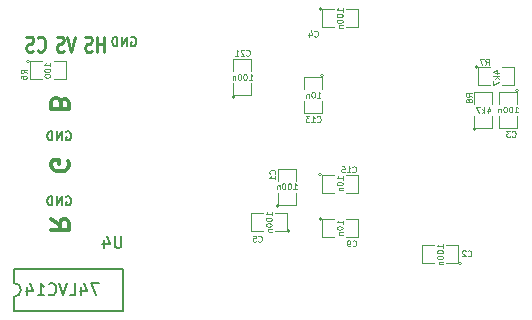
<source format=gbo>
%FSLAX34Y34*%
G04 Gerber Fmt 3.4, Leading zero omitted, Abs format*
G04 (created by PCBNEW (2014-06-26 BZR 4956)-product) date 03/07/2014 22:05:42*
%MOIN*%
G01*
G70*
G90*
G04 APERTURE LIST*
%ADD10C,0.003937*%
%ADD11C,0.005000*%
%ADD12C,0.010000*%
%ADD13C,0.011811*%
%ADD14C,0.003900*%
%ADD15C,0.007874*%
%ADD16C,0.004300*%
%ADD17C,0.005906*%
G04 APERTURE END LIST*
G54D10*
G54D11*
X64992Y-50243D02*
X65020Y-50229D01*
X65063Y-50229D01*
X65106Y-50243D01*
X65135Y-50272D01*
X65149Y-50300D01*
X65163Y-50357D01*
X65163Y-50400D01*
X65149Y-50457D01*
X65135Y-50486D01*
X65106Y-50515D01*
X65063Y-50529D01*
X65035Y-50529D01*
X64992Y-50515D01*
X64978Y-50500D01*
X64978Y-50400D01*
X65035Y-50400D01*
X64849Y-50529D02*
X64849Y-50229D01*
X64678Y-50529D01*
X64678Y-50229D01*
X64535Y-50529D02*
X64535Y-50229D01*
X64463Y-50229D01*
X64420Y-50243D01*
X64392Y-50272D01*
X64378Y-50300D01*
X64363Y-50357D01*
X64363Y-50400D01*
X64378Y-50457D01*
X64392Y-50486D01*
X64420Y-50515D01*
X64463Y-50529D01*
X64535Y-50529D01*
X67157Y-44928D02*
X67186Y-44914D01*
X67229Y-44914D01*
X67271Y-44928D01*
X67300Y-44957D01*
X67314Y-44985D01*
X67329Y-45043D01*
X67329Y-45085D01*
X67314Y-45143D01*
X67300Y-45171D01*
X67271Y-45200D01*
X67229Y-45214D01*
X67200Y-45214D01*
X67157Y-45200D01*
X67143Y-45185D01*
X67143Y-45085D01*
X67200Y-45085D01*
X67014Y-45214D02*
X67014Y-44914D01*
X66843Y-45214D01*
X66843Y-44914D01*
X66700Y-45214D02*
X66700Y-44914D01*
X66629Y-44914D01*
X66586Y-44928D01*
X66557Y-44957D01*
X66543Y-44985D01*
X66529Y-45043D01*
X66529Y-45085D01*
X66543Y-45143D01*
X66557Y-45171D01*
X66586Y-45200D01*
X66629Y-45214D01*
X66700Y-45214D01*
X64992Y-48078D02*
X65020Y-48064D01*
X65063Y-48064D01*
X65106Y-48078D01*
X65135Y-48106D01*
X65149Y-48135D01*
X65163Y-48192D01*
X65163Y-48235D01*
X65149Y-48292D01*
X65135Y-48321D01*
X65106Y-48349D01*
X65063Y-48364D01*
X65035Y-48364D01*
X64992Y-48349D01*
X64978Y-48335D01*
X64978Y-48235D01*
X65035Y-48235D01*
X64849Y-48364D02*
X64849Y-48064D01*
X64678Y-48364D01*
X64678Y-48064D01*
X64535Y-48364D02*
X64535Y-48064D01*
X64463Y-48064D01*
X64420Y-48078D01*
X64392Y-48106D01*
X64378Y-48135D01*
X64363Y-48192D01*
X64363Y-48235D01*
X64378Y-48292D01*
X64392Y-48321D01*
X64420Y-48349D01*
X64463Y-48364D01*
X64535Y-48364D01*
G54D12*
X65284Y-44903D02*
X65151Y-45403D01*
X65017Y-44903D01*
X64903Y-45379D02*
X64846Y-45403D01*
X64751Y-45403D01*
X64713Y-45379D01*
X64693Y-45355D01*
X64674Y-45308D01*
X64674Y-45260D01*
X64693Y-45212D01*
X64713Y-45189D01*
X64751Y-45165D01*
X64827Y-45141D01*
X64865Y-45117D01*
X64884Y-45093D01*
X64903Y-45046D01*
X64903Y-44998D01*
X64884Y-44950D01*
X64865Y-44927D01*
X64827Y-44903D01*
X64732Y-44903D01*
X64674Y-44927D01*
X66249Y-45403D02*
X66249Y-44903D01*
X66249Y-45141D02*
X66021Y-45141D01*
X66021Y-45403D02*
X66021Y-44903D01*
X65849Y-45379D02*
X65792Y-45403D01*
X65697Y-45403D01*
X65659Y-45379D01*
X65640Y-45355D01*
X65621Y-45308D01*
X65621Y-45260D01*
X65640Y-45212D01*
X65659Y-45189D01*
X65697Y-45165D01*
X65773Y-45141D01*
X65811Y-45117D01*
X65830Y-45093D01*
X65849Y-45046D01*
X65849Y-44998D01*
X65830Y-44950D01*
X65811Y-44927D01*
X65773Y-44903D01*
X65678Y-44903D01*
X65621Y-44927D01*
X64043Y-45355D02*
X64062Y-45379D01*
X64119Y-45403D01*
X64157Y-45403D01*
X64214Y-45379D01*
X64252Y-45331D01*
X64271Y-45284D01*
X64290Y-45189D01*
X64290Y-45117D01*
X64271Y-45022D01*
X64252Y-44974D01*
X64214Y-44927D01*
X64157Y-44903D01*
X64119Y-44903D01*
X64062Y-44927D01*
X64043Y-44950D01*
X63890Y-45379D02*
X63833Y-45403D01*
X63738Y-45403D01*
X63700Y-45379D01*
X63681Y-45355D01*
X63662Y-45308D01*
X63662Y-45260D01*
X63681Y-45212D01*
X63700Y-45189D01*
X63738Y-45165D01*
X63814Y-45141D01*
X63852Y-45117D01*
X63871Y-45093D01*
X63890Y-45046D01*
X63890Y-44998D01*
X63871Y-44950D01*
X63852Y-44927D01*
X63814Y-44903D01*
X63719Y-44903D01*
X63662Y-44927D01*
G54D13*
X64805Y-47103D02*
X64777Y-47019D01*
X64749Y-46991D01*
X64693Y-46962D01*
X64609Y-46962D01*
X64552Y-46991D01*
X64524Y-47019D01*
X64496Y-47075D01*
X64496Y-47300D01*
X65087Y-47300D01*
X65087Y-47103D01*
X65059Y-47047D01*
X65030Y-47019D01*
X64974Y-46991D01*
X64918Y-46991D01*
X64862Y-47019D01*
X64834Y-47047D01*
X64805Y-47103D01*
X64805Y-47300D01*
X65059Y-49057D02*
X65087Y-49114D01*
X65087Y-49198D01*
X65059Y-49282D01*
X65002Y-49339D01*
X64946Y-49367D01*
X64834Y-49395D01*
X64749Y-49395D01*
X64637Y-49367D01*
X64580Y-49339D01*
X64524Y-49282D01*
X64496Y-49198D01*
X64496Y-49142D01*
X64524Y-49057D01*
X64552Y-49029D01*
X64749Y-49029D01*
X64749Y-49142D01*
X64496Y-50998D02*
X64777Y-51195D01*
X64496Y-51335D02*
X65087Y-51335D01*
X65087Y-51110D01*
X65059Y-51054D01*
X65030Y-51026D01*
X64974Y-50998D01*
X64890Y-50998D01*
X64834Y-51026D01*
X64805Y-51054D01*
X64777Y-51110D01*
X64777Y-51335D01*
G54D14*
X73514Y-50979D02*
G75*
G03X73514Y-50979I-50J0D01*
G74*
G01*
X73914Y-50979D02*
X73514Y-50979D01*
X73514Y-50979D02*
X73514Y-51579D01*
X73514Y-51579D02*
X73914Y-51579D01*
X74314Y-51579D02*
X74714Y-51579D01*
X74714Y-51579D02*
X74714Y-50979D01*
X74714Y-50979D02*
X74314Y-50979D01*
X72092Y-50551D02*
G75*
G03X72092Y-50551I-50J0D01*
G74*
G01*
X72042Y-50101D02*
X72042Y-50501D01*
X72042Y-50501D02*
X72642Y-50501D01*
X72642Y-50501D02*
X72642Y-50101D01*
X72642Y-49701D02*
X72642Y-49301D01*
X72642Y-49301D02*
X72042Y-49301D01*
X72042Y-49301D02*
X72042Y-49701D01*
X78160Y-52465D02*
G75*
G03X78160Y-52465I-50J0D01*
G74*
G01*
X77660Y-52465D02*
X78060Y-52465D01*
X78060Y-52465D02*
X78060Y-51865D01*
X78060Y-51865D02*
X77660Y-51865D01*
X77260Y-51865D02*
X76860Y-51865D01*
X76860Y-51865D02*
X76860Y-52465D01*
X76860Y-52465D02*
X77260Y-52465D01*
X80074Y-46692D02*
G75*
G03X80074Y-46692I-50J0D01*
G74*
G01*
X80024Y-47142D02*
X80024Y-46742D01*
X80024Y-46742D02*
X79424Y-46742D01*
X79424Y-46742D02*
X79424Y-47142D01*
X79424Y-47542D02*
X79424Y-47942D01*
X79424Y-47942D02*
X80024Y-47942D01*
X80024Y-47942D02*
X80024Y-47542D01*
X73514Y-43991D02*
G75*
G03X73514Y-43991I-50J0D01*
G74*
G01*
X73914Y-43991D02*
X73514Y-43991D01*
X73514Y-43991D02*
X73514Y-44591D01*
X73514Y-44591D02*
X73914Y-44591D01*
X74314Y-44591D02*
X74714Y-44591D01*
X74714Y-44591D02*
X74714Y-43991D01*
X74714Y-43991D02*
X74314Y-43991D01*
X72451Y-51382D02*
G75*
G03X72451Y-51382I-50J0D01*
G74*
G01*
X71951Y-51382D02*
X72351Y-51382D01*
X72351Y-51382D02*
X72351Y-50782D01*
X72351Y-50782D02*
X71951Y-50782D01*
X71551Y-50782D02*
X71151Y-50782D01*
X71151Y-50782D02*
X71151Y-51382D01*
X71151Y-51382D02*
X71551Y-51382D01*
X73578Y-46200D02*
G75*
G03X73578Y-46200I-50J0D01*
G74*
G01*
X73528Y-46650D02*
X73528Y-46250D01*
X73528Y-46250D02*
X72928Y-46250D01*
X72928Y-46250D02*
X72928Y-46650D01*
X72928Y-47050D02*
X72928Y-47450D01*
X72928Y-47450D02*
X73528Y-47450D01*
X73528Y-47450D02*
X73528Y-47050D01*
X73514Y-49503D02*
G75*
G03X73514Y-49503I-50J0D01*
G74*
G01*
X73914Y-49503D02*
X73514Y-49503D01*
X73514Y-49503D02*
X73514Y-50103D01*
X73514Y-50103D02*
X73914Y-50103D01*
X74314Y-50103D02*
X74714Y-50103D01*
X74714Y-50103D02*
X74714Y-49503D01*
X74714Y-49503D02*
X74314Y-49503D01*
X70616Y-46909D02*
G75*
G03X70616Y-46909I-50J0D01*
G74*
G01*
X70566Y-46459D02*
X70566Y-46859D01*
X70566Y-46859D02*
X71166Y-46859D01*
X71166Y-46859D02*
X71166Y-46459D01*
X71166Y-46059D02*
X71166Y-45659D01*
X71166Y-45659D02*
X70566Y-45659D01*
X70566Y-45659D02*
X70566Y-46059D01*
G54D15*
X63248Y-53110D02*
X63248Y-52637D01*
X63248Y-54055D02*
X63248Y-53582D01*
X63248Y-53110D02*
G75*
G02X63484Y-53346I0J-236D01*
G74*
G01*
X63484Y-53346D02*
G75*
G02X63248Y-53582I-236J0D01*
G74*
G01*
X63248Y-54055D02*
X66870Y-54055D01*
X66870Y-54055D02*
X66870Y-52637D01*
X66870Y-52637D02*
X63248Y-52637D01*
G54D14*
X63770Y-45723D02*
G75*
G03X63770Y-45723I-50J0D01*
G74*
G01*
X64170Y-45723D02*
X63770Y-45723D01*
X63770Y-45723D02*
X63770Y-46323D01*
X63770Y-46323D02*
X64170Y-46323D01*
X64570Y-46323D02*
X64970Y-46323D01*
X64970Y-46323D02*
X64970Y-45723D01*
X64970Y-45723D02*
X64570Y-45723D01*
X78730Y-45920D02*
G75*
G03X78730Y-45920I-50J0D01*
G74*
G01*
X79130Y-45920D02*
X78730Y-45920D01*
X78730Y-45920D02*
X78730Y-46520D01*
X78730Y-46520D02*
X79130Y-46520D01*
X79530Y-46520D02*
X79930Y-46520D01*
X79930Y-46520D02*
X79930Y-45920D01*
X79930Y-45920D02*
X79530Y-45920D01*
X78647Y-47992D02*
G75*
G03X78647Y-47992I-50J0D01*
G74*
G01*
X78597Y-47542D02*
X78597Y-47942D01*
X78597Y-47942D02*
X79197Y-47942D01*
X79197Y-47942D02*
X79197Y-47542D01*
X79197Y-47142D02*
X79197Y-46742D01*
X79197Y-46742D02*
X78597Y-46742D01*
X78597Y-46742D02*
X78597Y-47142D01*
G54D16*
X74540Y-51868D02*
X74550Y-51877D01*
X74578Y-51887D01*
X74596Y-51887D01*
X74625Y-51877D01*
X74643Y-51859D01*
X74653Y-51840D01*
X74662Y-51802D01*
X74662Y-51774D01*
X74653Y-51737D01*
X74643Y-51718D01*
X74625Y-51699D01*
X74596Y-51690D01*
X74578Y-51690D01*
X74550Y-51699D01*
X74540Y-51709D01*
X74446Y-51887D02*
X74409Y-51887D01*
X74390Y-51877D01*
X74381Y-51868D01*
X74362Y-51840D01*
X74353Y-51802D01*
X74353Y-51727D01*
X74362Y-51709D01*
X74371Y-51699D01*
X74390Y-51690D01*
X74428Y-51690D01*
X74446Y-51699D01*
X74456Y-51709D01*
X74465Y-51727D01*
X74465Y-51774D01*
X74456Y-51793D01*
X74446Y-51802D01*
X74428Y-51812D01*
X74390Y-51812D01*
X74371Y-51802D01*
X74362Y-51793D01*
X74353Y-51774D01*
X74203Y-51152D02*
X74203Y-51040D01*
X74203Y-51096D02*
X74006Y-51096D01*
X74034Y-51077D01*
X74053Y-51059D01*
X74062Y-51040D01*
X74006Y-51274D02*
X74006Y-51293D01*
X74015Y-51312D01*
X74025Y-51321D01*
X74043Y-51331D01*
X74081Y-51340D01*
X74128Y-51340D01*
X74165Y-51331D01*
X74184Y-51321D01*
X74193Y-51312D01*
X74203Y-51293D01*
X74203Y-51274D01*
X74193Y-51256D01*
X74184Y-51246D01*
X74165Y-51237D01*
X74128Y-51227D01*
X74081Y-51227D01*
X74043Y-51237D01*
X74025Y-51246D01*
X74015Y-51256D01*
X74006Y-51274D01*
X74071Y-51424D02*
X74203Y-51424D01*
X74090Y-51424D02*
X74081Y-51434D01*
X74071Y-51453D01*
X74071Y-51481D01*
X74081Y-51499D01*
X74100Y-51509D01*
X74203Y-51509D01*
X71947Y-49475D02*
X71956Y-49465D01*
X71966Y-49437D01*
X71966Y-49418D01*
X71956Y-49390D01*
X71937Y-49371D01*
X71919Y-49362D01*
X71881Y-49353D01*
X71853Y-49353D01*
X71815Y-49362D01*
X71797Y-49371D01*
X71778Y-49390D01*
X71769Y-49418D01*
X71769Y-49437D01*
X71778Y-49465D01*
X71787Y-49475D01*
X71966Y-49662D02*
X71966Y-49550D01*
X71966Y-49606D02*
X71769Y-49606D01*
X71797Y-49587D01*
X71815Y-49568D01*
X71825Y-49550D01*
X72562Y-49990D02*
X72675Y-49990D01*
X72619Y-49990D02*
X72619Y-49793D01*
X72638Y-49821D01*
X72656Y-49840D01*
X72675Y-49849D01*
X72441Y-49793D02*
X72422Y-49793D01*
X72403Y-49803D01*
X72394Y-49812D01*
X72384Y-49831D01*
X72375Y-49868D01*
X72375Y-49915D01*
X72384Y-49953D01*
X72394Y-49971D01*
X72403Y-49981D01*
X72422Y-49990D01*
X72441Y-49990D01*
X72459Y-49981D01*
X72469Y-49971D01*
X72478Y-49953D01*
X72487Y-49915D01*
X72487Y-49868D01*
X72478Y-49831D01*
X72469Y-49812D01*
X72459Y-49803D01*
X72441Y-49793D01*
X72253Y-49793D02*
X72234Y-49793D01*
X72215Y-49803D01*
X72206Y-49812D01*
X72197Y-49831D01*
X72187Y-49868D01*
X72187Y-49915D01*
X72197Y-49953D01*
X72206Y-49971D01*
X72215Y-49981D01*
X72234Y-49990D01*
X72253Y-49990D01*
X72272Y-49981D01*
X72281Y-49971D01*
X72290Y-49953D01*
X72300Y-49915D01*
X72300Y-49868D01*
X72290Y-49831D01*
X72281Y-49812D01*
X72272Y-49803D01*
X72253Y-49793D01*
X72103Y-49859D02*
X72103Y-49990D01*
X72103Y-49878D02*
X72093Y-49868D01*
X72075Y-49859D01*
X72047Y-49859D01*
X72028Y-49868D01*
X72018Y-49887D01*
X72018Y-49990D01*
X78379Y-52209D02*
X78388Y-52218D01*
X78416Y-52227D01*
X78435Y-52227D01*
X78463Y-52218D01*
X78482Y-52199D01*
X78491Y-52180D01*
X78501Y-52143D01*
X78501Y-52115D01*
X78491Y-52077D01*
X78482Y-52059D01*
X78463Y-52040D01*
X78435Y-52030D01*
X78416Y-52030D01*
X78388Y-52040D01*
X78379Y-52049D01*
X78304Y-52049D02*
X78294Y-52040D01*
X78276Y-52030D01*
X78229Y-52030D01*
X78210Y-52040D01*
X78201Y-52049D01*
X78191Y-52068D01*
X78191Y-52087D01*
X78201Y-52115D01*
X78313Y-52227D01*
X78191Y-52227D01*
X77549Y-51944D02*
X77549Y-51832D01*
X77549Y-51888D02*
X77352Y-51888D01*
X77380Y-51869D01*
X77399Y-51851D01*
X77409Y-51832D01*
X77352Y-52066D02*
X77352Y-52085D01*
X77362Y-52104D01*
X77371Y-52113D01*
X77390Y-52123D01*
X77427Y-52132D01*
X77474Y-52132D01*
X77512Y-52123D01*
X77530Y-52113D01*
X77540Y-52104D01*
X77549Y-52085D01*
X77549Y-52066D01*
X77540Y-52048D01*
X77530Y-52038D01*
X77512Y-52029D01*
X77474Y-52019D01*
X77427Y-52019D01*
X77390Y-52029D01*
X77371Y-52038D01*
X77362Y-52048D01*
X77352Y-52066D01*
X77352Y-52254D02*
X77352Y-52273D01*
X77362Y-52291D01*
X77371Y-52301D01*
X77390Y-52310D01*
X77427Y-52320D01*
X77474Y-52320D01*
X77512Y-52310D01*
X77530Y-52301D01*
X77540Y-52291D01*
X77549Y-52273D01*
X77549Y-52254D01*
X77540Y-52235D01*
X77530Y-52226D01*
X77512Y-52216D01*
X77474Y-52207D01*
X77427Y-52207D01*
X77390Y-52216D01*
X77371Y-52226D01*
X77362Y-52235D01*
X77352Y-52254D01*
X77418Y-52404D02*
X77549Y-52404D01*
X77437Y-52404D02*
X77427Y-52413D01*
X77418Y-52432D01*
X77418Y-52460D01*
X77427Y-52479D01*
X77446Y-52488D01*
X77549Y-52488D01*
X79855Y-48226D02*
X79865Y-48236D01*
X79893Y-48245D01*
X79911Y-48245D01*
X79940Y-48236D01*
X79958Y-48217D01*
X79968Y-48198D01*
X79977Y-48161D01*
X79977Y-48133D01*
X79968Y-48095D01*
X79958Y-48076D01*
X79940Y-48057D01*
X79911Y-48048D01*
X79893Y-48048D01*
X79865Y-48057D01*
X79855Y-48067D01*
X79790Y-48048D02*
X79668Y-48048D01*
X79733Y-48123D01*
X79705Y-48123D01*
X79686Y-48133D01*
X79677Y-48142D01*
X79668Y-48161D01*
X79668Y-48208D01*
X79677Y-48226D01*
X79686Y-48236D01*
X79705Y-48245D01*
X79761Y-48245D01*
X79780Y-48236D01*
X79790Y-48226D01*
X79944Y-47431D02*
X80057Y-47431D01*
X80001Y-47431D02*
X80001Y-47234D01*
X80019Y-47262D01*
X80038Y-47281D01*
X80057Y-47290D01*
X79822Y-47234D02*
X79804Y-47234D01*
X79785Y-47244D01*
X79776Y-47253D01*
X79766Y-47272D01*
X79757Y-47309D01*
X79757Y-47356D01*
X79766Y-47394D01*
X79776Y-47412D01*
X79785Y-47422D01*
X79804Y-47431D01*
X79822Y-47431D01*
X79841Y-47422D01*
X79851Y-47412D01*
X79860Y-47394D01*
X79869Y-47356D01*
X79869Y-47309D01*
X79860Y-47272D01*
X79851Y-47253D01*
X79841Y-47244D01*
X79822Y-47234D01*
X79635Y-47234D02*
X79616Y-47234D01*
X79597Y-47244D01*
X79588Y-47253D01*
X79579Y-47272D01*
X79569Y-47309D01*
X79569Y-47356D01*
X79579Y-47394D01*
X79588Y-47412D01*
X79597Y-47422D01*
X79616Y-47431D01*
X79635Y-47431D01*
X79654Y-47422D01*
X79663Y-47412D01*
X79672Y-47394D01*
X79682Y-47356D01*
X79682Y-47309D01*
X79672Y-47272D01*
X79663Y-47253D01*
X79654Y-47244D01*
X79635Y-47234D01*
X79485Y-47300D02*
X79485Y-47431D01*
X79485Y-47319D02*
X79475Y-47309D01*
X79457Y-47300D01*
X79428Y-47300D01*
X79410Y-47309D01*
X79400Y-47328D01*
X79400Y-47431D01*
X73261Y-44880D02*
X73270Y-44889D01*
X73298Y-44899D01*
X73317Y-44899D01*
X73345Y-44889D01*
X73364Y-44871D01*
X73373Y-44852D01*
X73383Y-44814D01*
X73383Y-44786D01*
X73373Y-44749D01*
X73364Y-44730D01*
X73345Y-44711D01*
X73317Y-44702D01*
X73298Y-44702D01*
X73270Y-44711D01*
X73261Y-44720D01*
X73092Y-44767D02*
X73092Y-44899D01*
X73139Y-44692D02*
X73186Y-44833D01*
X73064Y-44833D01*
X74203Y-44070D02*
X74203Y-43958D01*
X74203Y-44014D02*
X74006Y-44014D01*
X74034Y-43995D01*
X74053Y-43977D01*
X74062Y-43958D01*
X74006Y-44192D02*
X74006Y-44211D01*
X74015Y-44230D01*
X74025Y-44239D01*
X74043Y-44249D01*
X74081Y-44258D01*
X74128Y-44258D01*
X74165Y-44249D01*
X74184Y-44239D01*
X74193Y-44230D01*
X74203Y-44211D01*
X74203Y-44192D01*
X74193Y-44174D01*
X74184Y-44164D01*
X74165Y-44155D01*
X74128Y-44145D01*
X74081Y-44145D01*
X74043Y-44155D01*
X74025Y-44164D01*
X74015Y-44174D01*
X74006Y-44192D01*
X74006Y-44380D02*
X74006Y-44399D01*
X74015Y-44417D01*
X74025Y-44427D01*
X74043Y-44436D01*
X74081Y-44446D01*
X74128Y-44446D01*
X74165Y-44436D01*
X74184Y-44427D01*
X74193Y-44417D01*
X74203Y-44399D01*
X74203Y-44380D01*
X74193Y-44361D01*
X74184Y-44352D01*
X74165Y-44342D01*
X74128Y-44333D01*
X74081Y-44333D01*
X74043Y-44342D01*
X74025Y-44352D01*
X74015Y-44361D01*
X74006Y-44380D01*
X74071Y-44530D02*
X74203Y-44530D01*
X74090Y-44530D02*
X74081Y-44539D01*
X74071Y-44558D01*
X74071Y-44586D01*
X74081Y-44605D01*
X74100Y-44614D01*
X74203Y-44614D01*
X71391Y-51717D02*
X71400Y-51726D01*
X71428Y-51735D01*
X71447Y-51735D01*
X71475Y-51726D01*
X71494Y-51707D01*
X71503Y-51688D01*
X71513Y-51651D01*
X71513Y-51623D01*
X71503Y-51585D01*
X71494Y-51566D01*
X71475Y-51548D01*
X71447Y-51538D01*
X71428Y-51538D01*
X71400Y-51548D01*
X71391Y-51557D01*
X71212Y-51538D02*
X71306Y-51538D01*
X71316Y-51632D01*
X71306Y-51623D01*
X71287Y-51613D01*
X71241Y-51613D01*
X71222Y-51623D01*
X71212Y-51632D01*
X71203Y-51651D01*
X71203Y-51698D01*
X71212Y-51717D01*
X71222Y-51726D01*
X71241Y-51735D01*
X71287Y-51735D01*
X71306Y-51726D01*
X71316Y-51717D01*
X71841Y-50862D02*
X71841Y-50749D01*
X71841Y-50805D02*
X71644Y-50805D01*
X71672Y-50787D01*
X71690Y-50768D01*
X71700Y-50749D01*
X71644Y-50984D02*
X71644Y-51002D01*
X71653Y-51021D01*
X71662Y-51031D01*
X71681Y-51040D01*
X71719Y-51049D01*
X71766Y-51049D01*
X71803Y-51040D01*
X71822Y-51031D01*
X71831Y-51021D01*
X71841Y-51002D01*
X71841Y-50984D01*
X71831Y-50965D01*
X71822Y-50956D01*
X71803Y-50946D01*
X71766Y-50937D01*
X71719Y-50937D01*
X71681Y-50946D01*
X71662Y-50956D01*
X71653Y-50965D01*
X71644Y-50984D01*
X71644Y-51171D02*
X71644Y-51190D01*
X71653Y-51209D01*
X71662Y-51218D01*
X71681Y-51228D01*
X71719Y-51237D01*
X71766Y-51237D01*
X71803Y-51228D01*
X71822Y-51218D01*
X71831Y-51209D01*
X71841Y-51190D01*
X71841Y-51171D01*
X71831Y-51153D01*
X71822Y-51143D01*
X71803Y-51134D01*
X71766Y-51124D01*
X71719Y-51124D01*
X71681Y-51134D01*
X71662Y-51143D01*
X71653Y-51153D01*
X71644Y-51171D01*
X71709Y-51321D02*
X71841Y-51321D01*
X71728Y-51321D02*
X71719Y-51331D01*
X71709Y-51350D01*
X71709Y-51378D01*
X71719Y-51396D01*
X71737Y-51406D01*
X71841Y-51406D01*
X73354Y-47734D02*
X73364Y-47744D01*
X73392Y-47753D01*
X73411Y-47753D01*
X73439Y-47744D01*
X73458Y-47725D01*
X73467Y-47706D01*
X73476Y-47669D01*
X73476Y-47640D01*
X73467Y-47603D01*
X73458Y-47584D01*
X73439Y-47565D01*
X73411Y-47556D01*
X73392Y-47556D01*
X73364Y-47565D01*
X73354Y-47575D01*
X73167Y-47753D02*
X73279Y-47753D01*
X73223Y-47753D02*
X73223Y-47556D01*
X73242Y-47584D01*
X73261Y-47603D01*
X73279Y-47612D01*
X73101Y-47556D02*
X72979Y-47556D01*
X73045Y-47631D01*
X73017Y-47631D01*
X72998Y-47640D01*
X72989Y-47650D01*
X72979Y-47669D01*
X72979Y-47715D01*
X72989Y-47734D01*
X72998Y-47744D01*
X73017Y-47753D01*
X73073Y-47753D01*
X73092Y-47744D01*
X73101Y-47734D01*
X73354Y-46939D02*
X73467Y-46939D01*
X73411Y-46939D02*
X73411Y-46742D01*
X73430Y-46770D01*
X73448Y-46789D01*
X73467Y-46798D01*
X73233Y-46742D02*
X73214Y-46742D01*
X73195Y-46751D01*
X73186Y-46761D01*
X73176Y-46780D01*
X73167Y-46817D01*
X73167Y-46864D01*
X73176Y-46901D01*
X73186Y-46920D01*
X73195Y-46930D01*
X73214Y-46939D01*
X73233Y-46939D01*
X73251Y-46930D01*
X73261Y-46920D01*
X73270Y-46901D01*
X73279Y-46864D01*
X73279Y-46817D01*
X73270Y-46780D01*
X73261Y-46761D01*
X73251Y-46751D01*
X73233Y-46742D01*
X73082Y-46808D02*
X73082Y-46939D01*
X73082Y-46826D02*
X73073Y-46817D01*
X73054Y-46808D01*
X73026Y-46808D01*
X73007Y-46817D01*
X72998Y-46836D01*
X72998Y-46939D01*
X74536Y-49407D02*
X74545Y-49417D01*
X74573Y-49426D01*
X74592Y-49426D01*
X74620Y-49417D01*
X74639Y-49398D01*
X74648Y-49379D01*
X74658Y-49342D01*
X74658Y-49314D01*
X74648Y-49276D01*
X74639Y-49257D01*
X74620Y-49239D01*
X74592Y-49229D01*
X74573Y-49229D01*
X74545Y-49239D01*
X74536Y-49248D01*
X74348Y-49426D02*
X74461Y-49426D01*
X74404Y-49426D02*
X74404Y-49229D01*
X74423Y-49257D01*
X74442Y-49276D01*
X74461Y-49286D01*
X74170Y-49229D02*
X74264Y-49229D01*
X74273Y-49323D01*
X74264Y-49314D01*
X74245Y-49304D01*
X74198Y-49304D01*
X74179Y-49314D01*
X74170Y-49323D01*
X74160Y-49342D01*
X74160Y-49389D01*
X74170Y-49407D01*
X74179Y-49417D01*
X74198Y-49426D01*
X74245Y-49426D01*
X74264Y-49417D01*
X74273Y-49407D01*
X74203Y-49676D02*
X74203Y-49563D01*
X74203Y-49620D02*
X74006Y-49620D01*
X74034Y-49601D01*
X74053Y-49582D01*
X74062Y-49563D01*
X74006Y-49798D02*
X74006Y-49817D01*
X74015Y-49835D01*
X74025Y-49845D01*
X74043Y-49854D01*
X74081Y-49864D01*
X74128Y-49864D01*
X74165Y-49854D01*
X74184Y-49845D01*
X74193Y-49835D01*
X74203Y-49817D01*
X74203Y-49798D01*
X74193Y-49779D01*
X74184Y-49770D01*
X74165Y-49760D01*
X74128Y-49751D01*
X74081Y-49751D01*
X74043Y-49760D01*
X74025Y-49770D01*
X74015Y-49779D01*
X74006Y-49798D01*
X74071Y-49948D02*
X74203Y-49948D01*
X74090Y-49948D02*
X74081Y-49957D01*
X74071Y-49976D01*
X74071Y-50004D01*
X74081Y-50023D01*
X74100Y-50032D01*
X74203Y-50032D01*
X70992Y-45516D02*
X71002Y-45525D01*
X71030Y-45534D01*
X71049Y-45534D01*
X71077Y-45525D01*
X71095Y-45506D01*
X71105Y-45488D01*
X71114Y-45450D01*
X71114Y-45422D01*
X71105Y-45384D01*
X71095Y-45366D01*
X71077Y-45347D01*
X71049Y-45337D01*
X71030Y-45337D01*
X71002Y-45347D01*
X70992Y-45356D01*
X70917Y-45356D02*
X70908Y-45347D01*
X70889Y-45337D01*
X70842Y-45337D01*
X70823Y-45347D01*
X70814Y-45356D01*
X70805Y-45375D01*
X70805Y-45394D01*
X70814Y-45422D01*
X70927Y-45534D01*
X70805Y-45534D01*
X70617Y-45534D02*
X70730Y-45534D01*
X70673Y-45534D02*
X70673Y-45337D01*
X70692Y-45366D01*
X70711Y-45384D01*
X70730Y-45394D01*
X71086Y-46348D02*
X71199Y-46348D01*
X71142Y-46348D02*
X71142Y-46151D01*
X71161Y-46180D01*
X71180Y-46198D01*
X71199Y-46208D01*
X70964Y-46151D02*
X70945Y-46151D01*
X70927Y-46161D01*
X70917Y-46170D01*
X70908Y-46189D01*
X70898Y-46227D01*
X70898Y-46273D01*
X70908Y-46311D01*
X70917Y-46330D01*
X70927Y-46339D01*
X70945Y-46348D01*
X70964Y-46348D01*
X70983Y-46339D01*
X70992Y-46330D01*
X71002Y-46311D01*
X71011Y-46273D01*
X71011Y-46227D01*
X71002Y-46189D01*
X70992Y-46170D01*
X70983Y-46161D01*
X70964Y-46151D01*
X70777Y-46151D02*
X70758Y-46151D01*
X70739Y-46161D01*
X70730Y-46170D01*
X70720Y-46189D01*
X70711Y-46227D01*
X70711Y-46273D01*
X70720Y-46311D01*
X70730Y-46330D01*
X70739Y-46339D01*
X70758Y-46348D01*
X70777Y-46348D01*
X70795Y-46339D01*
X70805Y-46330D01*
X70814Y-46311D01*
X70823Y-46273D01*
X70823Y-46227D01*
X70814Y-46189D01*
X70805Y-46170D01*
X70795Y-46161D01*
X70777Y-46151D01*
X70626Y-46217D02*
X70626Y-46348D01*
X70626Y-46236D02*
X70617Y-46227D01*
X70598Y-46217D01*
X70570Y-46217D01*
X70551Y-46227D01*
X70542Y-46245D01*
X70542Y-46348D01*
G54D17*
X66835Y-51556D02*
X66835Y-51874D01*
X66816Y-51912D01*
X66797Y-51931D01*
X66760Y-51949D01*
X66685Y-51949D01*
X66647Y-51931D01*
X66629Y-51912D01*
X66610Y-51874D01*
X66610Y-51556D01*
X66254Y-51687D02*
X66254Y-51949D01*
X66347Y-51537D02*
X66441Y-51818D01*
X66197Y-51818D01*
X66080Y-53124D02*
X65818Y-53124D01*
X65987Y-53518D01*
X65499Y-53255D02*
X65499Y-53518D01*
X65593Y-53105D02*
X65687Y-53387D01*
X65443Y-53387D01*
X65105Y-53518D02*
X65293Y-53518D01*
X65293Y-53124D01*
X65030Y-53124D02*
X64899Y-53518D01*
X64768Y-53124D01*
X64412Y-53480D02*
X64431Y-53499D01*
X64487Y-53518D01*
X64524Y-53518D01*
X64580Y-53499D01*
X64618Y-53462D01*
X64637Y-53424D01*
X64655Y-53349D01*
X64655Y-53293D01*
X64637Y-53218D01*
X64618Y-53180D01*
X64580Y-53143D01*
X64524Y-53124D01*
X64487Y-53124D01*
X64431Y-53143D01*
X64412Y-53162D01*
X64037Y-53518D02*
X64262Y-53518D01*
X64149Y-53518D02*
X64149Y-53124D01*
X64187Y-53180D01*
X64224Y-53218D01*
X64262Y-53237D01*
X63699Y-53255D02*
X63699Y-53518D01*
X63793Y-53105D02*
X63887Y-53387D01*
X63643Y-53387D01*
G54D16*
X63671Y-46128D02*
X63577Y-46062D01*
X63671Y-46016D02*
X63474Y-46016D01*
X63474Y-46091D01*
X63484Y-46109D01*
X63493Y-46119D01*
X63512Y-46128D01*
X63540Y-46128D01*
X63559Y-46119D01*
X63568Y-46109D01*
X63577Y-46091D01*
X63577Y-46016D01*
X63474Y-46297D02*
X63474Y-46259D01*
X63484Y-46241D01*
X63493Y-46231D01*
X63521Y-46213D01*
X63559Y-46203D01*
X63634Y-46203D01*
X63653Y-46213D01*
X63662Y-46222D01*
X63671Y-46241D01*
X63671Y-46278D01*
X63662Y-46297D01*
X63653Y-46306D01*
X63634Y-46316D01*
X63587Y-46316D01*
X63568Y-46306D01*
X63559Y-46297D01*
X63549Y-46278D01*
X63549Y-46241D01*
X63559Y-46222D01*
X63568Y-46213D01*
X63587Y-46203D01*
X64459Y-45892D02*
X64459Y-45779D01*
X64459Y-45836D02*
X64262Y-45836D01*
X64290Y-45817D01*
X64309Y-45798D01*
X64318Y-45779D01*
X64262Y-46014D02*
X64262Y-46033D01*
X64271Y-46051D01*
X64280Y-46061D01*
X64299Y-46070D01*
X64337Y-46079D01*
X64384Y-46079D01*
X64421Y-46070D01*
X64440Y-46061D01*
X64449Y-46051D01*
X64459Y-46033D01*
X64459Y-46014D01*
X64449Y-45995D01*
X64440Y-45986D01*
X64421Y-45976D01*
X64384Y-45967D01*
X64337Y-45967D01*
X64299Y-45976D01*
X64280Y-45986D01*
X64271Y-45995D01*
X64262Y-46014D01*
X64262Y-46201D02*
X64262Y-46220D01*
X64271Y-46239D01*
X64280Y-46248D01*
X64299Y-46258D01*
X64337Y-46267D01*
X64384Y-46267D01*
X64421Y-46258D01*
X64440Y-46248D01*
X64449Y-46239D01*
X64459Y-46220D01*
X64459Y-46201D01*
X64449Y-46183D01*
X64440Y-46173D01*
X64421Y-46164D01*
X64384Y-46154D01*
X64337Y-46154D01*
X64299Y-46164D01*
X64280Y-46173D01*
X64271Y-46183D01*
X64262Y-46201D01*
X78969Y-45844D02*
X79035Y-45750D01*
X79082Y-45844D02*
X79082Y-45647D01*
X79007Y-45647D01*
X78988Y-45656D01*
X78979Y-45665D01*
X78969Y-45684D01*
X78969Y-45712D01*
X78979Y-45731D01*
X78988Y-45740D01*
X79007Y-45750D01*
X79082Y-45750D01*
X78904Y-45647D02*
X78772Y-45647D01*
X78857Y-45844D01*
X79295Y-46123D02*
X79427Y-46123D01*
X79220Y-46076D02*
X79361Y-46030D01*
X79361Y-46151D01*
X79427Y-46227D02*
X79230Y-46227D01*
X79352Y-46245D02*
X79427Y-46302D01*
X79295Y-46302D02*
X79371Y-46227D01*
X79230Y-46367D02*
X79230Y-46499D01*
X79427Y-46414D01*
X78521Y-46909D02*
X78427Y-46844D01*
X78521Y-46797D02*
X78324Y-46797D01*
X78324Y-46872D01*
X78334Y-46890D01*
X78343Y-46900D01*
X78362Y-46909D01*
X78390Y-46909D01*
X78409Y-46900D01*
X78418Y-46890D01*
X78427Y-46872D01*
X78427Y-46797D01*
X78409Y-47022D02*
X78399Y-47003D01*
X78390Y-46994D01*
X78371Y-46984D01*
X78362Y-46984D01*
X78343Y-46994D01*
X78334Y-47003D01*
X78324Y-47022D01*
X78324Y-47059D01*
X78334Y-47078D01*
X78343Y-47087D01*
X78362Y-47097D01*
X78371Y-47097D01*
X78390Y-47087D01*
X78399Y-47078D01*
X78409Y-47059D01*
X78409Y-47022D01*
X78418Y-47003D01*
X78427Y-46994D01*
X78446Y-46984D01*
X78484Y-46984D01*
X78502Y-46994D01*
X78512Y-47003D01*
X78521Y-47022D01*
X78521Y-47059D01*
X78512Y-47078D01*
X78502Y-47087D01*
X78484Y-47097D01*
X78446Y-47097D01*
X78427Y-47087D01*
X78418Y-47078D01*
X78409Y-47059D01*
X79038Y-47320D02*
X79038Y-47451D01*
X79085Y-47245D02*
X79132Y-47385D01*
X79010Y-47385D01*
X78935Y-47451D02*
X78935Y-47254D01*
X78916Y-47376D02*
X78860Y-47451D01*
X78860Y-47320D02*
X78935Y-47395D01*
X78794Y-47254D02*
X78663Y-47254D01*
X78747Y-47451D01*
M02*

</source>
